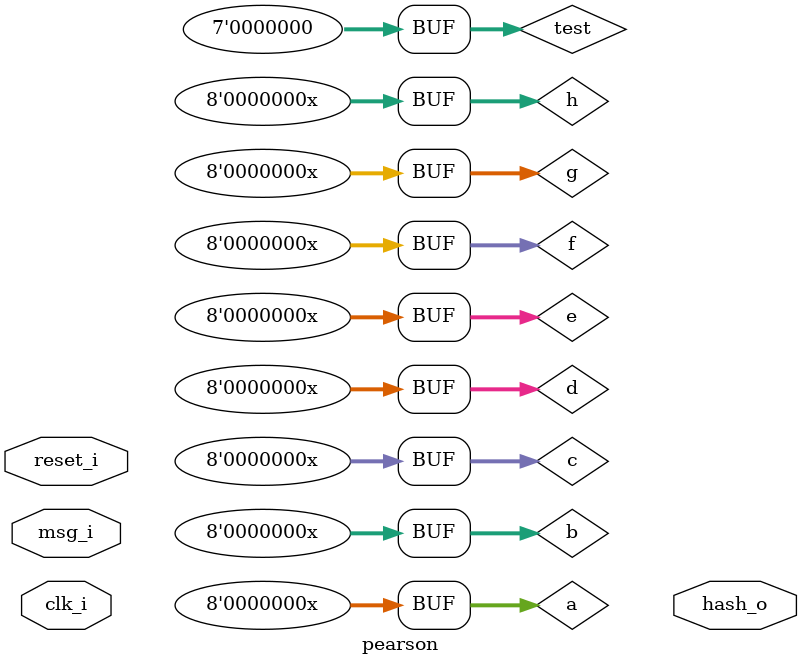
<source format=sv>
             /* algorithm pearson hashing is
                h := 0

               for each c in C loop
                   h := T[ h xor c ]
               end loop

               return h  */
//The hash function uses a Forloop and need to Access a Table of contents. Hence, I have used a RAM for Accessing Memory. And to accomadate the For Loop, I have used 
// a Counter design along with XOR gate and Multiplexers.
//The Schematic diagram attached would give a Good view of the design.

module pearson(input [7:0] msg_i,
                 input clk_i,reset_i,
                 output [7:0] hash_o);

wire [7:0] data_temp;
wire [7:0] addr;
 
wire [7:0] xor_i1,xor_i2;
reg [2:0] state;
wire [2:0] S;
wire [6:0] test;
 
wire [7:0] a,b,c,d,e,f,g,h;

//The Mux_1 consist of 8 inputs with 'State' as control bit. At each posedge, the 'State' will change the output.
//For the first input, 0 is given and other inputs are connected to the data_temp reg.
multiplexer mux_1(8'd0,data_temp,data_temp,data_temp,data_temp,data_temp,data_temp,data_temp,state,32'd1,xor_i1);
 
//The Mux_1 consist of 8 inputs with 'State' as control bit. At each posedge, the 'State' will change the output.
//The inputs ofthe Mux_2 were the msg_i input. In each state, One Bit from msg_i is given as input.
multiplexer mux_2(a,b,c,d,e,f,g,h,S,32'd1,xor_i2);

//The output of the two Mux's were given to inputs for XOR-Gate.
//The Output is the Addr for the RAM. 
xor_gate xor_gate1(xor_i1,xor_i2,addr);
 
//The Asynchronous read RAM is used to get the 'Addr' as input and provide the Data in that address as Output.
//The Output is feedbacked the input of multiplexers through data_temp; The Data in RAM is initialized.
ram_ph MEM1(addr,data_temp,1'b1,1'b0,1'b1);

 
assign S = state;

 
//Assigning inputs to the Multiplexer2
 assign test = 6'd0;
 assign a = {test,msg_o[0]};
 assign b = {test,msg_o[1]};
 assign c = {test,msg_o[2]};
 assign d = {test,msg_o[3]};
 assign e = {test,msg_o[4]};
 assign f = {test,msg_o[5]};
 assign g = {test,msg_o[6]};
 assign h = {test,msg_o[7]};

//Assigning States for  changing the Control_line of the Multiplexers
	always @(posedge clk_i or posedge reset_i)
	begin
		if (reset_i) 
			state <= 3'b000;					
		else  
			state <= state + 3'b001;
	end
	
//Assigning the value of data_temp at 'State' = 8, gives the value of Hash output.
assign hash = (state==3'd7) ? data_temp : 8'd0;

endmodule




</source>
